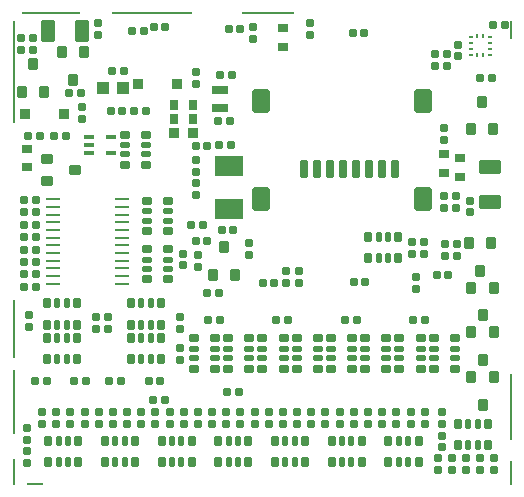
<source format=gbp>
G75*
G70*
%OFA0B0*%
%FSLAX25Y25*%
%IPPOS*%
%LPD*%
%AMOC8*
5,1,8,0,0,1.08239X$1,22.5*
%
%AMM1*
21,1,0.035430,0.030320,0.000000,0.000000,90.000000*
21,1,0.028350,0.037400,0.000000,0.000000,90.000000*
1,1,0.007090,0.015160,0.014170*
1,1,0.007090,0.015160,-0.014170*
1,1,0.007090,-0.015160,-0.014170*
1,1,0.007090,-0.015160,0.014170*
%
%AMM10*
21,1,0.025590,0.026380,0.000000,0.000000,90.000000*
21,1,0.020470,0.031500,0.000000,0.000000,90.000000*
1,1,0.005120,0.013190,0.010240*
1,1,0.005120,0.013190,-0.010240*
1,1,0.005120,-0.013190,-0.010240*
1,1,0.005120,-0.013190,0.010240*
%
%AMM11*
21,1,0.017720,0.027950,0.000000,0.000000,90.000000*
21,1,0.014170,0.031500,0.000000,0.000000,90.000000*
1,1,0.003540,0.013980,0.007090*
1,1,0.003540,0.013980,-0.007090*
1,1,0.003540,-0.013980,-0.007090*
1,1,0.003540,-0.013980,0.007090*
%
%AMM13*
21,1,0.012600,0.028980,0.000000,0.000000,90.000000*
21,1,0.010080,0.031500,0.000000,0.000000,90.000000*
1,1,0.002520,0.014490,0.005040*
1,1,0.002520,0.014490,-0.005040*
1,1,0.002520,-0.014490,-0.005040*
1,1,0.002520,-0.014490,0.005040*
%
%AMM16*
21,1,0.027560,0.018900,0.000000,0.000000,90.000000*
21,1,0.022840,0.023620,0.000000,0.000000,90.000000*
1,1,0.004720,0.009450,0.011420*
1,1,0.004720,0.009450,-0.011420*
1,1,0.004720,-0.009450,-0.011420*
1,1,0.004720,-0.009450,0.011420*
%
%AMM33*
21,1,0.033470,0.026770,0.000000,0.000000,180.000000*
21,1,0.026770,0.033470,0.000000,0.000000,180.000000*
1,1,0.006690,-0.013390,0.013390*
1,1,0.006690,0.013390,0.013390*
1,1,0.006690,0.013390,-0.013390*
1,1,0.006690,-0.013390,-0.013390*
%
%AMM34*
21,1,0.035430,0.030320,0.000000,0.000000,180.000000*
21,1,0.028350,0.037400,0.000000,0.000000,180.000000*
1,1,0.007090,-0.014170,0.015160*
1,1,0.007090,0.014170,0.015160*
1,1,0.007090,0.014170,-0.015160*
1,1,0.007090,-0.014170,-0.015160*
%
%AMM35*
21,1,0.035830,0.026770,0.000000,0.000000,0.000000*
21,1,0.029130,0.033470,0.000000,0.000000,0.000000*
1,1,0.006690,0.014570,-0.013390*
1,1,0.006690,-0.014570,-0.013390*
1,1,0.006690,-0.014570,0.013390*
1,1,0.006690,0.014570,0.013390*
%
%AMM36*
21,1,0.070870,0.036220,0.000000,0.000000,0.000000*
21,1,0.061810,0.045280,0.000000,0.000000,0.000000*
1,1,0.009060,0.030910,-0.018110*
1,1,0.009060,-0.030910,-0.018110*
1,1,0.009060,-0.030910,0.018110*
1,1,0.009060,0.030910,0.018110*
%
%AMM37*
21,1,0.059060,0.020470,0.000000,0.000000,90.000000*
21,1,0.053940,0.025590,0.000000,0.000000,90.000000*
1,1,0.005120,0.010240,0.026970*
1,1,0.005120,0.010240,-0.026970*
1,1,0.005120,-0.010240,-0.026970*
1,1,0.005120,-0.010240,0.026970*
%
%AMM38*
21,1,0.078740,0.045670,0.000000,0.000000,90.000000*
21,1,0.067320,0.057090,0.000000,0.000000,90.000000*
1,1,0.011420,0.022840,0.033660*
1,1,0.011420,0.022840,-0.033660*
1,1,0.011420,-0.022840,-0.033660*
1,1,0.011420,-0.022840,0.033660*
%
%AMM39*
21,1,0.025590,0.026380,0.000000,0.000000,0.000000*
21,1,0.020470,0.031500,0.000000,0.000000,0.000000*
1,1,0.005120,0.010240,-0.013190*
1,1,0.005120,-0.010240,-0.013190*
1,1,0.005120,-0.010240,0.013190*
1,1,0.005120,0.010240,0.013190*
%
%AMM40*
21,1,0.017720,0.027950,0.000000,0.000000,0.000000*
21,1,0.014170,0.031500,0.000000,0.000000,0.000000*
1,1,0.003540,0.007090,-0.013980*
1,1,0.003540,-0.007090,-0.013980*
1,1,0.003540,-0.007090,0.013980*
1,1,0.003540,0.007090,0.013980*
%
%AMM41*
21,1,0.027560,0.030710,0.000000,0.000000,90.000000*
21,1,0.022050,0.036220,0.000000,0.000000,90.000000*
1,1,0.005510,0.015350,0.011020*
1,1,0.005510,0.015350,-0.011020*
1,1,0.005510,-0.015350,-0.011020*
1,1,0.005510,-0.015350,0.011020*
%
%AMM42*
21,1,0.027560,0.049610,0.000000,0.000000,270.000000*
21,1,0.022050,0.055120,0.000000,0.000000,270.000000*
1,1,0.005510,-0.024800,-0.011020*
1,1,0.005510,-0.024800,0.011020*
1,1,0.005510,0.024800,0.011020*
1,1,0.005510,0.024800,-0.011020*
%
%AMM43*
21,1,0.027560,0.030710,0.000000,0.000000,0.000000*
21,1,0.022050,0.036220,0.000000,0.000000,0.000000*
1,1,0.005510,0.011020,-0.015350*
1,1,0.005510,-0.011020,-0.015350*
1,1,0.005510,-0.011020,0.015350*
1,1,0.005510,0.011020,0.015350*
%
%AMM44*
21,1,0.070870,0.036220,0.000000,0.000000,90.000000*
21,1,0.061810,0.045280,0.000000,0.000000,90.000000*
1,1,0.009060,0.018110,0.030910*
1,1,0.009060,0.018110,-0.030910*
1,1,0.009060,-0.018110,-0.030910*
1,1,0.009060,-0.018110,0.030910*
%
%AMM7*
21,1,0.027560,0.018900,0.000000,0.000000,180.000000*
21,1,0.022840,0.023620,0.000000,0.000000,180.000000*
1,1,0.004720,-0.011420,0.009450*
1,1,0.004720,0.011420,0.009450*
1,1,0.004720,0.011420,-0.009450*
1,1,0.004720,-0.011420,-0.009450*
%
%ADD100M35*%
%ADD101R,0.03937X0.04331*%
%ADD102M36*%
%ADD103M37*%
%ADD104M38*%
%ADD106R,0.09449X0.06693*%
%ADD107M39*%
%ADD108M40*%
%ADD109M41*%
%ADD110M42*%
%ADD111M43*%
%ADD112M44*%
%ADD113O,0.04961X0.00984*%
%ADD114R,0.00984X0.01378*%
%ADD115R,0.01378X0.00984*%
%ADD15R,0.00787X0.09055*%
%ADD16R,0.00787X0.21260*%
%ADD17R,0.00787X0.33858*%
%ADD18R,0.00787X0.19685*%
%ADD19R,0.05512X0.00787*%
%ADD20R,0.19685X0.00787*%
%ADD21R,0.26772X0.00787*%
%ADD22R,0.17717X0.00787*%
%ADD23R,0.00787X0.06299*%
%ADD24R,0.00787X0.22441*%
%ADD25R,0.00787X0.07874*%
%ADD38M1*%
%ADD44M7*%
%ADD48M10*%
%ADD49M11*%
%ADD53M13*%
%ADD59M16*%
%ADD98M33*%
%ADD99M34*%
X0000000Y0000000D02*
%LPD*%
G01*
X0154173Y0086732D02*
G01*
G75*
D16*
X0154567Y0114291D02*
D03*
D15*
X0154567Y0091260D02*
D03*
D18*
X0154567Y0138700D02*
D03*
D25*
X0320315Y0090669D02*
D03*
D20*
X0167165Y0244212D02*
D03*
D21*
X0200630Y0244212D02*
D03*
D22*
X0239409Y0244212D02*
D03*
D24*
X0320315Y0112913D02*
D03*
D23*
X0320315Y0238307D02*
D03*
D19*
X0161653Y0087126D02*
D03*
D17*
X0154567Y0224527D02*
D03*
D38*
X0165788Y0187974D02*
D03*
X0175040Y0191714D02*
D03*
D38*
X0165788Y0195455D02*
D03*
D44*
X0302155Y0183189D02*
D03*
X0302155Y0179252D02*
D03*
X0185866Y0138700D02*
D03*
X0185866Y0142637D02*
D03*
X0306535Y0181614D02*
D03*
X0306535Y0177677D02*
D03*
X0182815Y0240866D02*
D03*
X0182815Y0236929D02*
D03*
X0215998Y0163504D02*
D03*
X0215998Y0159567D02*
D03*
X0232903Y0163432D02*
D03*
X0232903Y0167369D02*
D03*
X0210866Y0159960D02*
D03*
X0210866Y0163897D02*
D03*
X0159672Y0143548D02*
D03*
X0159672Y0139611D02*
D03*
X0177401Y0212716D02*
D03*
X0177401Y0208779D02*
D03*
X0156929Y0231811D02*
D03*
X0156929Y0235748D02*
D03*
X0288819Y0156023D02*
D03*
X0288819Y0152086D02*
D03*
X0215197Y0220590D02*
D03*
X0215197Y0224527D02*
D03*
X0245414Y0154153D02*
D03*
X0245414Y0158090D02*
D03*
X0234389Y0235453D02*
D03*
X0234389Y0239389D02*
D03*
X0287244Y0167834D02*
D03*
X0287244Y0163897D02*
D03*
X0291181Y0167834D02*
D03*
X0291181Y0163897D02*
D03*
X0161063Y0231811D02*
D03*
X0161063Y0235748D02*
D03*
X0298071Y0183189D02*
D03*
X0298071Y0179252D02*
D03*
X0297874Y0205630D02*
D03*
X0297874Y0201693D02*
D03*
X0249744Y0154153D02*
D03*
X0249744Y0158090D02*
D03*
X0253386Y0240669D02*
D03*
X0253386Y0236732D02*
D03*
X0215197Y0191063D02*
D03*
X0215197Y0195000D02*
D03*
X0215197Y0187519D02*
D03*
X0215197Y0183582D02*
D03*
X0201811Y0111141D02*
D03*
X0201811Y0107204D02*
D03*
X0206535Y0111141D02*
D03*
X0206535Y0107204D02*
D03*
X0211260Y0111141D02*
D03*
X0211260Y0107204D02*
D03*
X0215984Y0111141D02*
D03*
X0215984Y0107204D02*
D03*
X0300630Y0091850D02*
D03*
X0300630Y0095787D02*
D03*
X0305354Y0095787D02*
D03*
X0305354Y0091850D02*
D03*
X0310078Y0091850D02*
D03*
X0310078Y0095787D02*
D03*
X0314803Y0091850D02*
D03*
X0314803Y0095787D02*
D03*
X0181929Y0138700D02*
D03*
X0181929Y0142637D02*
D03*
X0209882Y0138700D02*
D03*
X0209882Y0142637D02*
D03*
X0178189Y0111141D02*
D03*
X0178189Y0107204D02*
D03*
X0173465Y0111141D02*
D03*
X0173465Y0107204D02*
D03*
X0168740Y0111141D02*
D03*
X0168740Y0107204D02*
D03*
X0164016Y0111141D02*
D03*
X0164016Y0107204D02*
D03*
X0197087Y0111141D02*
D03*
X0197087Y0107204D02*
D03*
X0192362Y0111141D02*
D03*
X0192362Y0107204D02*
D03*
X0187638Y0111141D02*
D03*
X0187638Y0107204D02*
D03*
X0182913Y0111141D02*
D03*
X0182913Y0107204D02*
D03*
X0234882Y0111141D02*
D03*
X0234882Y0107204D02*
D03*
X0230158Y0111141D02*
D03*
X0230158Y0107204D02*
D03*
X0225433Y0111141D02*
D03*
X0225433Y0107204D02*
D03*
X0220709Y0111141D02*
D03*
X0220709Y0107204D02*
D03*
X0253780Y0107204D02*
D03*
X0253780Y0111141D02*
D03*
X0249055Y0111141D02*
D03*
X0249055Y0107204D02*
D03*
X0244331Y0111141D02*
D03*
X0244331Y0107204D02*
D03*
X0239606Y0111141D02*
D03*
X0239606Y0107204D02*
D03*
X0272677Y0111141D02*
D03*
X0272677Y0107204D02*
D03*
X0267953Y0111141D02*
D03*
X0267953Y0107204D02*
D03*
X0263228Y0111141D02*
D03*
X0263228Y0107204D02*
D03*
X0258504Y0111141D02*
D03*
X0258504Y0107204D02*
D03*
X0286850Y0111141D02*
D03*
X0286850Y0107204D02*
D03*
X0282126Y0111141D02*
D03*
X0282126Y0107204D02*
D03*
X0277401Y0111141D02*
D03*
X0277401Y0107204D02*
D03*
X0158897Y0101889D02*
D03*
X0158897Y0105826D02*
D03*
X0295906Y0095787D02*
D03*
X0295906Y0091850D02*
D03*
X0209882Y0128464D02*
D03*
X0209882Y0132401D02*
D03*
X0297480Y0107204D02*
D03*
X0297480Y0111141D02*
D03*
X0158897Y0094212D02*
D03*
X0158897Y0098149D02*
D03*
X0297480Y0103267D02*
D03*
X0297480Y0099330D02*
D03*
X0302598Y0233582D02*
D03*
X0302598Y0229645D02*
D03*
X0291575Y0111141D02*
D03*
X0291575Y0107204D02*
D03*
D48*
X0191575Y0203563D02*
D03*
X0198661Y0203563D02*
D03*
X0198661Y0193523D02*
D03*
X0191575Y0193523D02*
D03*
X0206142Y0155334D02*
D03*
X0199055Y0155334D02*
D03*
X0199055Y0165374D02*
D03*
X0206142Y0165374D02*
D03*
X0206142Y0171476D02*
D03*
X0199055Y0171476D02*
D03*
X0199055Y0181516D02*
D03*
X0206142Y0181516D02*
D03*
X0301614Y0135649D02*
D03*
X0294527Y0135649D02*
D03*
X0294527Y0125610D02*
D03*
X0301614Y0125610D02*
D03*
X0283110Y0125610D02*
D03*
X0290197Y0125610D02*
D03*
X0290197Y0135649D02*
D03*
X0283110Y0135649D02*
D03*
X0233110Y0135649D02*
D03*
X0226024Y0135649D02*
D03*
X0226024Y0125610D02*
D03*
X0233110Y0125610D02*
D03*
X0214606Y0125610D02*
D03*
X0221693Y0125610D02*
D03*
X0221693Y0135649D02*
D03*
X0214606Y0135649D02*
D03*
X0255945Y0135649D02*
D03*
X0248858Y0135649D02*
D03*
X0248858Y0125610D02*
D03*
X0255945Y0125610D02*
D03*
X0237441Y0125610D02*
D03*
X0244528Y0125610D02*
D03*
X0244528Y0135649D02*
D03*
X0237441Y0135649D02*
D03*
X0278780Y0135649D02*
D03*
X0271693Y0135649D02*
D03*
X0271693Y0125610D02*
D03*
X0278780Y0125610D02*
D03*
X0260276Y0125610D02*
D03*
X0267362Y0125610D02*
D03*
X0267362Y0135649D02*
D03*
X0260276Y0135649D02*
D03*
D49*
X0198661Y0196968D02*
D03*
X0198661Y0200118D02*
D03*
X0191575Y0200118D02*
D03*
X0191575Y0196968D02*
D03*
X0199055Y0161929D02*
D03*
X0199055Y0158779D02*
D03*
X0206142Y0158779D02*
D03*
X0206142Y0161929D02*
D03*
X0199055Y0178071D02*
D03*
X0199055Y0174921D02*
D03*
X0206142Y0174921D02*
D03*
X0206142Y0178071D02*
D03*
X0301614Y0132204D02*
D03*
X0301614Y0129055D02*
D03*
X0294527Y0129055D02*
D03*
X0294527Y0132204D02*
D03*
X0283110Y0129055D02*
D03*
X0283110Y0132204D02*
D03*
X0290197Y0132204D02*
D03*
X0290197Y0129055D02*
D03*
X0233110Y0132204D02*
D03*
X0233110Y0129055D02*
D03*
X0226024Y0129055D02*
D03*
X0226024Y0132204D02*
D03*
X0214606Y0129055D02*
D03*
X0214606Y0132204D02*
D03*
X0221693Y0132204D02*
D03*
X0221693Y0129055D02*
D03*
X0255945Y0132204D02*
D03*
X0255945Y0129055D02*
D03*
X0248858Y0129055D02*
D03*
X0248858Y0132204D02*
D03*
X0237441Y0129055D02*
D03*
X0237441Y0132204D02*
D03*
X0244528Y0132204D02*
D03*
X0244528Y0129055D02*
D03*
X0278780Y0132204D02*
D03*
X0278780Y0129055D02*
D03*
X0271693Y0129055D02*
D03*
X0271693Y0132204D02*
D03*
X0260276Y0129055D02*
D03*
X0260276Y0132204D02*
D03*
X0267362Y0132204D02*
D03*
X0267362Y0129055D02*
D03*
D53*
X0179567Y0197559D02*
D03*
X0179567Y0200118D02*
D03*
X0179567Y0202677D02*
D03*
X0187047Y0202677D02*
D03*
X0187047Y0197559D02*
D03*
D59*
X0197874Y0238110D02*
D03*
X0193937Y0238110D02*
D03*
X0314016Y0222362D02*
D03*
X0310078Y0222362D02*
D03*
X0172916Y0217541D02*
D03*
X0176853Y0217541D02*
D03*
X0198661Y0211535D02*
D03*
X0194724Y0211535D02*
D03*
X0186850Y0211535D02*
D03*
X0190787Y0211535D02*
D03*
X0295512Y0156811D02*
D03*
X0299449Y0156811D02*
D03*
X0226220Y0238701D02*
D03*
X0230157Y0238701D02*
D03*
X0294921Y0226496D02*
D03*
X0298858Y0226496D02*
D03*
X0267559Y0237519D02*
D03*
X0271496Y0237519D02*
D03*
X0223083Y0150710D02*
D03*
X0219146Y0150710D02*
D03*
X0213819Y0173346D02*
D03*
X0217756Y0173346D02*
D03*
X0223858Y0171771D02*
D03*
X0227795Y0171771D02*
D03*
X0223071Y0200118D02*
D03*
X0227008Y0200118D02*
D03*
X0318346Y0240275D02*
D03*
X0314409Y0240275D02*
D03*
X0205157Y0239291D02*
D03*
X0201220Y0239291D02*
D03*
X0187244Y0224921D02*
D03*
X0191181Y0224921D02*
D03*
X0298268Y0163110D02*
D03*
X0302205Y0163110D02*
D03*
X0298268Y0167047D02*
D03*
X0302205Y0167047D02*
D03*
X0298858Y0230433D02*
D03*
X0294921Y0230433D02*
D03*
X0271791Y0154547D02*
D03*
X0267854Y0154547D02*
D03*
X0215197Y0199724D02*
D03*
X0219134Y0199724D02*
D03*
X0215197Y0168031D02*
D03*
X0219134Y0168031D02*
D03*
X0223464Y0223346D02*
D03*
X0227401Y0223346D02*
D03*
X0222677Y0207992D02*
D03*
X0226614Y0207992D02*
D03*
X0237539Y0154153D02*
D03*
X0241476Y0154153D02*
D03*
X0291772Y0141850D02*
D03*
X0287835Y0141850D02*
D03*
X0223268Y0141850D02*
D03*
X0219331Y0141850D02*
D03*
X0246102Y0141850D02*
D03*
X0242165Y0141850D02*
D03*
X0268937Y0141850D02*
D03*
X0265000Y0141850D02*
D03*
X0229764Y0117834D02*
D03*
X0225827Y0117834D02*
D03*
X0174712Y0121378D02*
D03*
X0178649Y0121378D02*
D03*
X0165523Y0121378D02*
D03*
X0161586Y0121378D02*
D03*
X0199516Y0121378D02*
D03*
X0203453Y0121378D02*
D03*
X0190327Y0121378D02*
D03*
X0186390Y0121378D02*
D03*
X0163425Y0203267D02*
D03*
X0159488Y0203267D02*
D03*
X0167953Y0203267D02*
D03*
X0171890Y0203267D02*
D03*
X0204961Y0115078D02*
D03*
X0201024Y0115078D02*
D03*
X0158110Y0152874D02*
D03*
X0162047Y0152874D02*
D03*
X0158110Y0165275D02*
D03*
X0162047Y0165275D02*
D03*
X0158110Y0169409D02*
D03*
X0162047Y0169409D02*
D03*
X0158110Y0177677D02*
D03*
X0162047Y0177677D02*
D03*
X0158110Y0173543D02*
D03*
X0162047Y0173543D02*
D03*
X0158110Y0181811D02*
D03*
X0162047Y0181811D02*
D03*
X0158110Y0161142D02*
D03*
X0162047Y0161142D02*
D03*
X0158110Y0157008D02*
D03*
X0162047Y0157008D02*
D03*
D98*
X0208150Y0204252D02*
D03*
X0214370Y0204252D02*
D03*
D99*
X0310753Y0214603D02*
D03*
X0314493Y0205351D02*
D03*
X0228324Y0156852D02*
D03*
X0224584Y0166104D02*
D03*
X0164803Y0217716D02*
D03*
X0161063Y0226968D02*
D03*
X0170512Y0231141D02*
D03*
X0174252Y0221890D02*
D03*
X0307126Y0122756D02*
D03*
X0310866Y0113504D02*
D03*
X0310866Y0128399D02*
D03*
X0307126Y0137651D02*
D03*
X0307126Y0152546D02*
D03*
X0310866Y0143294D02*
D03*
X0306339Y0167441D02*
D03*
X0310079Y0158189D02*
D03*
D99*
X0307013Y0205351D02*
D03*
X0220844Y0156852D02*
D03*
X0157323Y0217716D02*
D03*
X0177992Y0231142D02*
D03*
X0314606Y0122756D02*
D03*
X0314606Y0137651D02*
D03*
X0314606Y0152546D02*
D03*
X0313819Y0167441D02*
D03*
D100*
X0158504Y0210354D02*
D03*
X0171496Y0210354D02*
D03*
X0195905Y0220590D02*
D03*
X0208898Y0220590D02*
D03*
D101*
X0190984Y0219015D02*
D03*
X0184291Y0219015D02*
D03*
D102*
X0313228Y0181220D02*
D03*
X0313228Y0192637D02*
D03*
D103*
X0251299Y0192256D02*
D03*
X0255630Y0192256D02*
D03*
X0259961Y0192256D02*
D03*
X0264291Y0192256D02*
D03*
X0268622Y0192256D02*
D03*
X0272953Y0192256D02*
D03*
X0277284Y0192256D02*
D03*
X0281614Y0192256D02*
D03*
D104*
X0290984Y0182020D02*
D03*
X0290984Y0214697D02*
D03*
X0236851Y0214697D02*
D03*
X0236851Y0182020D02*
D03*
D106*
X0226221Y0193228D02*
D03*
X0226221Y0178661D02*
D03*
D107*
X0272776Y0169409D02*
D03*
X0272776Y0162323D02*
D03*
X0282815Y0162323D02*
D03*
X0282815Y0169409D02*
D03*
X0203878Y0094409D02*
D03*
X0203878Y0101496D02*
D03*
X0213917Y0101496D02*
D03*
X0213917Y0094409D02*
D03*
X0175728Y0128858D02*
D03*
X0175728Y0135945D02*
D03*
X0165689Y0135945D02*
D03*
X0165689Y0128858D02*
D03*
X0165689Y0147362D02*
D03*
X0165689Y0140275D02*
D03*
X0175728Y0140275D02*
D03*
X0175728Y0147362D02*
D03*
X0203681Y0128858D02*
D03*
X0203681Y0135945D02*
D03*
X0193642Y0135945D02*
D03*
X0193642Y0128858D02*
D03*
X0193642Y0147362D02*
D03*
X0193642Y0140275D02*
D03*
X0203681Y0140275D02*
D03*
X0203681Y0147362D02*
D03*
X0166083Y0094409D02*
D03*
X0166083Y0101496D02*
D03*
X0176122Y0101496D02*
D03*
X0176122Y0094409D02*
D03*
X0184980Y0094409D02*
D03*
X0184980Y0101496D02*
D03*
X0195019Y0101496D02*
D03*
X0195019Y0094409D02*
D03*
X0222775Y0094409D02*
D03*
X0222775Y0101496D02*
D03*
X0232815Y0101496D02*
D03*
X0232815Y0094409D02*
D03*
X0241673Y0094409D02*
D03*
X0241673Y0101496D02*
D03*
X0251713Y0101496D02*
D03*
X0251713Y0094409D02*
D03*
X0260571Y0094409D02*
D03*
X0260571Y0101496D02*
D03*
X0270610Y0101496D02*
D03*
X0270610Y0094409D02*
D03*
X0279468Y0094409D02*
D03*
X0279468Y0101496D02*
D03*
X0289508Y0101496D02*
D03*
X0289508Y0094409D02*
D03*
X0312736Y0100118D02*
D03*
X0312736Y0107204D02*
D03*
X0302697Y0107204D02*
D03*
X0302697Y0100118D02*
D03*
D108*
X0276220Y0169409D02*
D03*
X0279370Y0169409D02*
D03*
X0279370Y0162323D02*
D03*
X0276220Y0162323D02*
D03*
X0210472Y0101496D02*
D03*
X0207323Y0101496D02*
D03*
X0207323Y0094409D02*
D03*
X0210472Y0094409D02*
D03*
X0172283Y0128858D02*
D03*
X0169134Y0128858D02*
D03*
X0169134Y0135945D02*
D03*
X0172283Y0135945D02*
D03*
X0169134Y0147362D02*
D03*
X0172283Y0147362D02*
D03*
X0172283Y0140275D02*
D03*
X0169134Y0140275D02*
D03*
X0200236Y0128858D02*
D03*
X0197086Y0128858D02*
D03*
X0197086Y0135945D02*
D03*
X0200236Y0135945D02*
D03*
X0197087Y0147362D02*
D03*
X0200236Y0147362D02*
D03*
X0200236Y0140275D02*
D03*
X0197087Y0140275D02*
D03*
X0172677Y0101496D02*
D03*
X0169528Y0101496D02*
D03*
X0169528Y0094409D02*
D03*
X0172677Y0094409D02*
D03*
X0191575Y0101496D02*
D03*
X0188425Y0101496D02*
D03*
X0188425Y0094409D02*
D03*
X0191575Y0094409D02*
D03*
X0229370Y0101496D02*
D03*
X0226220Y0101496D02*
D03*
X0226220Y0094409D02*
D03*
X0229370Y0094409D02*
D03*
X0248268Y0101496D02*
D03*
X0245118Y0101496D02*
D03*
X0245118Y0094409D02*
D03*
X0248268Y0094409D02*
D03*
X0267165Y0101496D02*
D03*
X0264016Y0101496D02*
D03*
X0264016Y0094409D02*
D03*
X0267165Y0094409D02*
D03*
X0286063Y0101496D02*
D03*
X0282913Y0101496D02*
D03*
X0282913Y0094409D02*
D03*
X0286063Y0094409D02*
D03*
X0309291Y0100118D02*
D03*
X0306142Y0100118D02*
D03*
X0306142Y0107204D02*
D03*
X0309291Y0107204D02*
D03*
D109*
X0297874Y0196968D02*
D03*
X0297874Y0190669D02*
D03*
X0244232Y0232697D02*
D03*
X0244232Y0238996D02*
D03*
X0158898Y0198937D02*
D03*
X0158898Y0192637D02*
D03*
X0303386Y0189488D02*
D03*
X0303386Y0195787D02*
D03*
D110*
X0223464Y0218425D02*
D03*
X0223464Y0212519D02*
D03*
D111*
X0214410Y0213504D02*
D03*
X0208110Y0213504D02*
D03*
X0214410Y0208878D02*
D03*
X0208110Y0208878D02*
D03*
D112*
X0165984Y0238110D02*
D03*
X0177401Y0238110D02*
D03*
D113*
X0167795Y0153858D02*
D03*
X0167795Y0156417D02*
D03*
X0167795Y0158976D02*
D03*
X0167795Y0161535D02*
D03*
X0167795Y0164094D02*
D03*
X0167795Y0166653D02*
D03*
X0167795Y0169212D02*
D03*
X0167795Y0171771D02*
D03*
X0167795Y0174330D02*
D03*
X0167795Y0176890D02*
D03*
X0167795Y0179448D02*
D03*
X0167795Y0182008D02*
D03*
X0190788Y0153858D02*
D03*
X0190788Y0156417D02*
D03*
X0190788Y0158976D02*
D03*
X0190788Y0161535D02*
D03*
X0190788Y0164094D02*
D03*
X0190788Y0166653D02*
D03*
X0190788Y0169212D02*
D03*
X0190788Y0171771D02*
D03*
X0190788Y0174330D02*
D03*
X0190788Y0176890D02*
D03*
X0190788Y0179448D02*
D03*
X0190788Y0182008D02*
D03*
D114*
X0311063Y0230039D02*
D03*
X0309095Y0230039D02*
D03*
X0309095Y0236338D02*
D03*
X0311063Y0236338D02*
D03*
D115*
X0306929Y0230236D02*
D03*
X0306929Y0232205D02*
D03*
X0306929Y0234173D02*
D03*
X0306929Y0236141D02*
D03*
X0313229Y0230236D02*
D03*
X0313229Y0236141D02*
D03*
X0313229Y0232205D02*
D03*
X0313229Y0234173D02*
D03*
M02*

</source>
